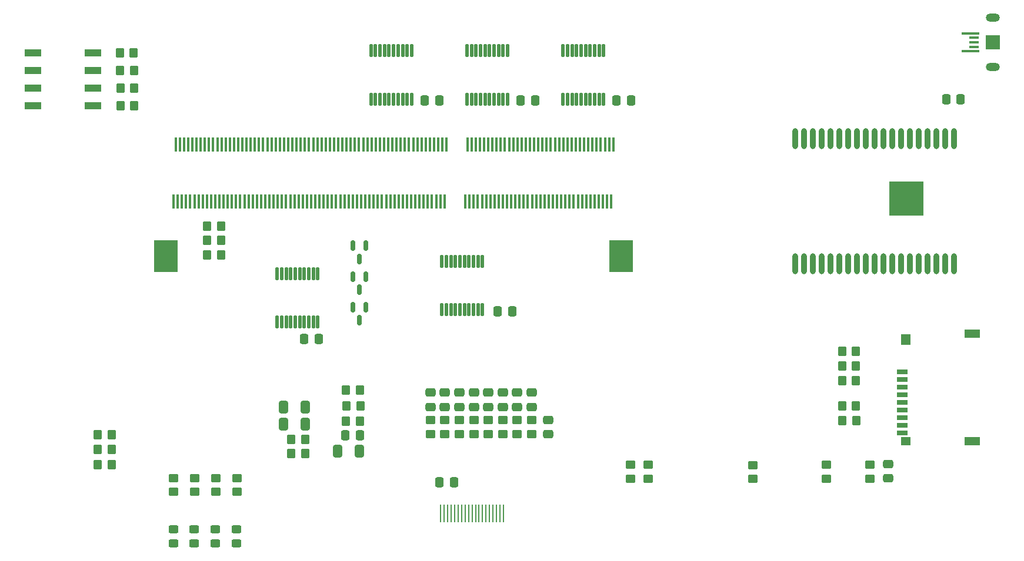
<source format=gbr>
%TF.GenerationSoftware,KiCad,Pcbnew,(6.0.11)*%
%TF.CreationDate,2023-05-25T19:22:19-07:00*%
%TF.ProjectId,TRS-IO++,5452532d-494f-42b2-9b2e-6b696361645f,rev?*%
%TF.SameCoordinates,Original*%
%TF.FileFunction,Paste,Top*%
%TF.FilePolarity,Positive*%
%FSLAX46Y46*%
G04 Gerber Fmt 4.6, Leading zero omitted, Abs format (unit mm)*
G04 Created by KiCad (PCBNEW (6.0.11)) date 2023-05-25 19:22:19*
%MOMM*%
%LPD*%
G01*
G04 APERTURE LIST*
G04 Aperture macros list*
%AMRoundRect*
0 Rectangle with rounded corners*
0 $1 Rounding radius*
0 $2 $3 $4 $5 $6 $7 $8 $9 X,Y pos of 4 corners*
0 Add a 4 corners polygon primitive as box body*
4,1,4,$2,$3,$4,$5,$6,$7,$8,$9,$2,$3,0*
0 Add four circle primitives for the rounded corners*
1,1,$1+$1,$2,$3*
1,1,$1+$1,$4,$5*
1,1,$1+$1,$6,$7*
1,1,$1+$1,$8,$9*
0 Add four rect primitives between the rounded corners*
20,1,$1+$1,$2,$3,$4,$5,0*
20,1,$1+$1,$4,$5,$6,$7,0*
20,1,$1+$1,$6,$7,$8,$9,0*
20,1,$1+$1,$8,$9,$2,$3,0*%
G04 Aperture macros list end*
%ADD10RoundRect,0.250000X0.350000X0.450000X-0.350000X0.450000X-0.350000X-0.450000X0.350000X-0.450000X0*%
%ADD11RoundRect,0.250000X-0.450000X0.350000X-0.450000X-0.350000X0.450000X-0.350000X0.450000X0.350000X0*%
%ADD12RoundRect,0.250000X-0.412500X-0.650000X0.412500X-0.650000X0.412500X0.650000X-0.412500X0.650000X0*%
%ADD13RoundRect,0.250000X0.450000X-0.350000X0.450000X0.350000X-0.450000X0.350000X-0.450000X-0.350000X0*%
%ADD14R,2.440000X1.120000*%
%ADD15RoundRect,0.250000X-0.350000X-0.450000X0.350000X-0.450000X0.350000X0.450000X-0.350000X0.450000X0*%
%ADD16RoundRect,0.250000X0.450000X-0.325000X0.450000X0.325000X-0.450000X0.325000X-0.450000X-0.325000X0*%
%ADD17RoundRect,0.250000X0.337500X0.475000X-0.337500X0.475000X-0.337500X-0.475000X0.337500X-0.475000X0*%
%ADD18RoundRect,0.250000X0.412500X0.650000X-0.412500X0.650000X-0.412500X-0.650000X0.412500X-0.650000X0*%
%ADD19RoundRect,0.250000X-0.475000X0.337500X-0.475000X-0.337500X0.475000X-0.337500X0.475000X0.337500X0*%
%ADD20RoundRect,0.250000X-0.337500X-0.475000X0.337500X-0.475000X0.337500X0.475000X-0.337500X0.475000X0*%
%ADD21RoundRect,0.150000X-0.150000X0.587500X-0.150000X-0.587500X0.150000X-0.587500X0.150000X0.587500X0*%
%ADD22R,0.280000X2.600000*%
%ADD23R,1.600000X0.700000*%
%ADD24R,1.400000X1.600000*%
%ADD25R,2.200000X1.200000*%
%ADD26R,1.400000X1.200000*%
%ADD27RoundRect,0.112500X-0.112500X0.837500X-0.112500X-0.837500X0.112500X-0.837500X0.112500X0.837500X0*%
%ADD28O,0.900000X3.000000*%
%ADD29R,5.000000X5.000000*%
%ADD30RoundRect,0.250000X0.475000X-0.337500X0.475000X0.337500X-0.475000X0.337500X-0.475000X-0.337500X0*%
%ADD31R,2.000000X2.000000*%
%ADD32O,2.000000X1.200000*%
%ADD33R,2.500000X0.400000*%
%ADD34R,1.350000X0.400000*%
%ADD35R,0.350000X2.000000*%
%ADD36R,3.500000X4.600000*%
G04 APERTURE END LIST*
D10*
%TO.C,R33*%
X80435500Y-70104000D03*
X78435500Y-70104000D03*
%TD*%
D11*
%TO.C,R39*%
X92269032Y-131384800D03*
X92269032Y-133384800D03*
%TD*%
D12*
%TO.C,C15*%
X109806299Y-127551799D03*
X112931299Y-127551799D03*
%TD*%
D13*
%TO.C,R8*%
X129413000Y-125023800D03*
X129413000Y-123023800D03*
%TD*%
D11*
%TO.C,R40*%
X95330100Y-131384800D03*
X95330100Y-133384800D03*
%TD*%
D14*
%TO.C,SW3*%
X65935700Y-70104000D03*
X65935700Y-72644000D03*
X65935700Y-75184000D03*
X65935700Y-77724000D03*
X74545700Y-77724000D03*
X74545700Y-75184000D03*
X74545700Y-72644000D03*
X74545700Y-70104000D03*
%TD*%
D15*
%TO.C,R29*%
X90998800Y-95046800D03*
X92998800Y-95046800D03*
%TD*%
D16*
%TO.C,D3*%
X89177666Y-140842600D03*
X89177666Y-138792600D03*
%TD*%
D17*
%TO.C,C16*%
X134919850Y-107340400D03*
X132844850Y-107340400D03*
%TD*%
D13*
%TO.C,R10*%
X125247400Y-125023800D03*
X125247400Y-123023800D03*
%TD*%
D10*
%TO.C,R35*%
X80537100Y-75184000D03*
X78537100Y-75184000D03*
%TD*%
D16*
%TO.C,D2*%
X86146600Y-140842600D03*
X86146600Y-138792600D03*
%TD*%
D13*
%TO.C,R7*%
X131495800Y-125023800D03*
X131495800Y-123023800D03*
%TD*%
D11*
%TO.C,R14*%
X169570400Y-129505200D03*
X169570400Y-131505200D03*
%TD*%
D15*
%TO.C,R16*%
X182423100Y-120967500D03*
X184423100Y-120967500D03*
%TD*%
D18*
%TO.C,C12*%
X105141899Y-121167999D03*
X102016899Y-121167999D03*
%TD*%
D19*
%TO.C,C6*%
X127330200Y-119049300D03*
X127330200Y-121124300D03*
%TD*%
D10*
%TO.C,R34*%
X80486300Y-72644000D03*
X78486300Y-72644000D03*
%TD*%
%TO.C,R2*%
X77301600Y-125120400D03*
X75301600Y-125120400D03*
%TD*%
D19*
%TO.C,C4*%
X131495800Y-119049300D03*
X131495800Y-121124300D03*
%TD*%
D13*
%TO.C,R31*%
X154533600Y-131462400D03*
X154533600Y-129462400D03*
%TD*%
D19*
%TO.C,C3*%
X133578600Y-119049300D03*
X133578600Y-121124300D03*
%TD*%
%TO.C,C7*%
X125247400Y-119049300D03*
X125247400Y-121124300D03*
%TD*%
%TO.C,C1*%
X137744200Y-119049300D03*
X137744200Y-121124300D03*
%TD*%
D17*
%TO.C,C19*%
X124415000Y-76962000D03*
X122340000Y-76962000D03*
%TD*%
D19*
%TO.C,C8*%
X123164600Y-119049300D03*
X123164600Y-121124300D03*
%TD*%
D20*
%TO.C,C23*%
X124463900Y-131961300D03*
X126538900Y-131961300D03*
%TD*%
D21*
%TO.C,Q3*%
X113878400Y-97919300D03*
X111978400Y-97919300D03*
X112928400Y-99794300D03*
%TD*%
D22*
%TO.C,J7*%
X133659000Y-136468600D03*
X133159000Y-136468600D03*
X132659000Y-136468600D03*
X132159000Y-136468600D03*
X131659000Y-136468600D03*
X131159000Y-136468600D03*
X130659000Y-136468600D03*
X130159000Y-136468600D03*
X129659000Y-136468600D03*
X129159000Y-136468600D03*
X128659000Y-136468600D03*
X128159000Y-136468600D03*
X127659000Y-136468600D03*
X127159000Y-136468600D03*
X126659000Y-136468600D03*
X126159000Y-136468600D03*
X125659000Y-136468600D03*
X125159000Y-136468600D03*
X124659000Y-136468600D03*
%TD*%
D23*
%TO.C,J9*%
X191070000Y-116113200D03*
X191070000Y-117213200D03*
X191070000Y-118313200D03*
X191070000Y-119413200D03*
X191070000Y-120513200D03*
X191070000Y-121613200D03*
X191070000Y-122713200D03*
X191070000Y-123813200D03*
X191070000Y-124913200D03*
D24*
X191570000Y-111463200D03*
D25*
X201170000Y-110563200D03*
X201170000Y-126063200D03*
D26*
X191570000Y-126063200D03*
%TD*%
D19*
%TO.C,C9*%
X189026800Y-129366100D03*
X189026800Y-131441100D03*
%TD*%
D10*
%TO.C,R36*%
X80537100Y-77724000D03*
X78537100Y-77724000D03*
%TD*%
D15*
%TO.C,R17*%
X182423100Y-115214400D03*
X184423100Y-115214400D03*
%TD*%
%TO.C,R26*%
X90998800Y-99212400D03*
X92998800Y-99212400D03*
%TD*%
D21*
%TO.C,Q4*%
X113878400Y-102338900D03*
X111978400Y-102338900D03*
X112928400Y-104213900D03*
%TD*%
D13*
%TO.C,R32*%
X151993600Y-131462400D03*
X151993600Y-129462400D03*
%TD*%
D15*
%TO.C,R18*%
X182423100Y-113080800D03*
X184423100Y-113080800D03*
%TD*%
%TO.C,R19*%
X182438800Y-123139200D03*
X184438800Y-123139200D03*
%TD*%
D10*
%TO.C,R1*%
X77301600Y-129438400D03*
X75301600Y-129438400D03*
%TD*%
D27*
%TO.C,U3*%
X148095700Y-69753600D03*
X147445700Y-69753600D03*
X146795700Y-69753600D03*
X146145700Y-69753600D03*
X145495700Y-69753600D03*
X144845700Y-69753600D03*
X144195700Y-69753600D03*
X143545700Y-69753600D03*
X142895700Y-69753600D03*
X142245700Y-69753600D03*
X142245700Y-76753600D03*
X142895700Y-76753600D03*
X143545700Y-76753600D03*
X144195700Y-76753600D03*
X144845700Y-76753600D03*
X145495700Y-76753600D03*
X146145700Y-76753600D03*
X146795700Y-76753600D03*
X147445700Y-76753600D03*
X148095700Y-76753600D03*
%TD*%
D16*
%TO.C,D4*%
X92208732Y-140842600D03*
X92208732Y-138792600D03*
%TD*%
D27*
%TO.C,U4*%
X130660550Y-100132000D03*
X130010550Y-100132000D03*
X129360550Y-100132000D03*
X128710550Y-100132000D03*
X128060550Y-100132000D03*
X127410550Y-100132000D03*
X126760550Y-100132000D03*
X126110550Y-100132000D03*
X125460550Y-100132000D03*
X124810550Y-100132000D03*
X124810550Y-107132000D03*
X125460550Y-107132000D03*
X126110550Y-107132000D03*
X126760550Y-107132000D03*
X127410550Y-107132000D03*
X128060550Y-107132000D03*
X128710550Y-107132000D03*
X129360550Y-107132000D03*
X130010550Y-107132000D03*
X130660550Y-107132000D03*
%TD*%
D28*
%TO.C,U1*%
X198565900Y-82490800D03*
X197295900Y-82490800D03*
X196025900Y-82490800D03*
X194755900Y-82490800D03*
X193485900Y-82490800D03*
X192215900Y-82490800D03*
X190945900Y-82490800D03*
X189675900Y-82490800D03*
X188405900Y-82490800D03*
X187135900Y-82490800D03*
X185865900Y-82490800D03*
X184595900Y-82490800D03*
X183325900Y-82490800D03*
X182055900Y-82490800D03*
X180755900Y-82490800D03*
X179485900Y-82490800D03*
X178215900Y-82490800D03*
X176945900Y-82490800D03*
X175675900Y-82490800D03*
X175675900Y-100490800D03*
X176945900Y-100490800D03*
X178215900Y-100490800D03*
X179485900Y-100490800D03*
X180755900Y-100490800D03*
X182055900Y-100520800D03*
X183325900Y-100520800D03*
X184595900Y-100520800D03*
X185865900Y-100520800D03*
X187135900Y-100520800D03*
X188405900Y-100520800D03*
X189675900Y-100520800D03*
X190945900Y-100520800D03*
X192215900Y-100520800D03*
X193485900Y-100520800D03*
X194755900Y-100520800D03*
X196025900Y-100520800D03*
X197295900Y-100520800D03*
X198565900Y-100520800D03*
D29*
X191645900Y-91090800D03*
%TD*%
D30*
%TO.C,C21*%
X140106400Y-125061300D03*
X140106400Y-122986300D03*
%TD*%
D11*
%TO.C,R30*%
X180171900Y-129454400D03*
X180171900Y-131454400D03*
%TD*%
D10*
%TO.C,R24*%
X113029199Y-123182999D03*
X111029199Y-123182999D03*
%TD*%
D21*
%TO.C,Q5*%
X113878400Y-106758500D03*
X111978400Y-106758500D03*
X112928400Y-108633500D03*
%TD*%
D19*
%TO.C,C5*%
X129413000Y-119049300D03*
X129413000Y-121124300D03*
%TD*%
D11*
%TO.C,R12*%
X186436000Y-129454400D03*
X186436000Y-131454400D03*
%TD*%
D10*
%TO.C,R22*%
X105140000Y-125841599D03*
X103140000Y-125841599D03*
%TD*%
D31*
%TO.C,J12*%
X204124000Y-68580000D03*
D32*
X204124000Y-72155000D03*
X204124000Y-65005000D03*
D33*
X200872800Y-69880000D03*
D34*
X201449000Y-69230000D03*
X201449000Y-68580000D03*
X201449000Y-67930000D03*
D33*
X200872800Y-67280000D03*
%TD*%
D17*
%TO.C,C11*%
X152050200Y-76962000D03*
X149975200Y-76962000D03*
%TD*%
D15*
%TO.C,R25*%
X111077500Y-120967500D03*
X113077500Y-120967500D03*
%TD*%
%TO.C,R28*%
X90998800Y-97129600D03*
X92998800Y-97129600D03*
%TD*%
D10*
%TO.C,R23*%
X113029199Y-118745000D03*
X111029199Y-118745000D03*
%TD*%
D13*
%TO.C,R4*%
X137744200Y-125023800D03*
X137744200Y-123023800D03*
%TD*%
D17*
%TO.C,C24*%
X199497400Y-76758800D03*
X197422400Y-76758800D03*
%TD*%
D11*
%TO.C,R38*%
X89207966Y-131384800D03*
X89207966Y-133384800D03*
%TD*%
D27*
%TO.C,U2*%
X134278100Y-69753600D03*
X133628100Y-69753600D03*
X132978100Y-69753600D03*
X132328100Y-69753600D03*
X131678100Y-69753600D03*
X131028100Y-69753600D03*
X130378100Y-69753600D03*
X129728100Y-69753600D03*
X129078100Y-69753600D03*
X128428100Y-69753600D03*
X128428100Y-76753600D03*
X129078100Y-76753600D03*
X129728100Y-76753600D03*
X130378100Y-76753600D03*
X131028100Y-76753600D03*
X131678100Y-76753600D03*
X132328100Y-76753600D03*
X132978100Y-76753600D03*
X133628100Y-76753600D03*
X134278100Y-76753600D03*
%TD*%
D19*
%TO.C,C2*%
X135661400Y-119049300D03*
X135661400Y-121124300D03*
%TD*%
D35*
%TO.C,Conn1*%
X149490300Y-83322900D03*
X149190300Y-91522900D03*
X148890300Y-83322900D03*
X148590300Y-91522900D03*
X148290300Y-83322900D03*
X147990300Y-91522900D03*
X147690300Y-83322900D03*
X147390300Y-91522900D03*
X147090300Y-83322900D03*
X146790300Y-91522900D03*
X146490300Y-83322900D03*
X146190300Y-91522900D03*
X145890300Y-83322900D03*
X145590300Y-91522900D03*
X145290300Y-83322900D03*
X144990300Y-91522900D03*
X144690300Y-83322900D03*
X144390300Y-91522900D03*
X144090300Y-83322900D03*
X143790300Y-91522900D03*
X143490300Y-83322900D03*
X143190300Y-91522900D03*
X142890300Y-83322900D03*
X142590300Y-91522900D03*
X142290300Y-83322900D03*
X141990300Y-91522900D03*
X141690300Y-83322900D03*
X141390300Y-91522900D03*
X141090300Y-83322900D03*
X140790300Y-91522900D03*
X140490300Y-83322900D03*
X140190300Y-91522900D03*
X139890300Y-83322900D03*
X139590300Y-91522900D03*
X139290300Y-83322900D03*
X138990300Y-91522900D03*
X138690300Y-83322900D03*
X138390300Y-91522900D03*
X138090300Y-83322900D03*
X137790300Y-91522900D03*
X137490300Y-83322900D03*
X137190300Y-91522900D03*
X136890300Y-83322900D03*
X136590300Y-91522900D03*
X136290300Y-83322900D03*
X135990300Y-91522900D03*
X135690300Y-83322900D03*
X135390300Y-91522900D03*
X135090300Y-83322900D03*
X134790300Y-91522900D03*
X134490300Y-83322900D03*
X134190300Y-91522900D03*
X133890300Y-83322900D03*
X133590300Y-91522900D03*
X133290300Y-83322900D03*
X132990300Y-91522900D03*
X132690300Y-83322900D03*
X132390300Y-91522900D03*
X132090300Y-83322900D03*
X131790300Y-91522900D03*
X131490300Y-83322900D03*
X131190300Y-91522900D03*
X130890300Y-83322900D03*
X130590300Y-91522900D03*
X130290300Y-83322900D03*
X129990300Y-91522900D03*
X129690300Y-83322900D03*
X129390300Y-91522900D03*
X129090300Y-83322900D03*
X128790300Y-91522900D03*
X128490300Y-83322900D03*
X128190300Y-91522900D03*
X125490300Y-83322900D03*
X125190300Y-91522900D03*
X124890300Y-83322900D03*
X124590300Y-91522900D03*
X124290300Y-83322900D03*
X123990300Y-91522900D03*
X123690300Y-83322900D03*
X123390300Y-91522900D03*
X123090300Y-83322900D03*
X122790300Y-91522900D03*
X122490300Y-83322900D03*
X122190300Y-91522900D03*
X121890300Y-83322900D03*
X121590300Y-91522900D03*
X121290300Y-83322900D03*
X120990300Y-91522900D03*
X120690300Y-83322900D03*
X120390300Y-91522900D03*
X120090300Y-83322900D03*
X119790300Y-91522900D03*
X119490300Y-83322900D03*
X119190300Y-91522900D03*
X118890300Y-83322900D03*
X118590300Y-91522900D03*
X118290300Y-83322900D03*
X117990300Y-91522900D03*
X117690300Y-83322900D03*
X117390300Y-91522900D03*
X117090300Y-83322900D03*
X116790300Y-91522900D03*
X116490300Y-83322900D03*
X116190300Y-91522900D03*
X115890300Y-83322900D03*
X115590300Y-91522900D03*
X115290300Y-83322900D03*
X114990300Y-91522900D03*
X114690300Y-83322900D03*
X114390300Y-91522900D03*
X114090300Y-83322900D03*
X113790300Y-91522900D03*
X113490300Y-83322900D03*
X113190300Y-91522900D03*
X112890300Y-83322900D03*
X112590300Y-91522900D03*
X112290300Y-83322900D03*
X111990300Y-91522900D03*
X111690300Y-83322900D03*
X111390300Y-91522900D03*
X111090300Y-83322900D03*
X110790300Y-91522900D03*
X110490300Y-83322900D03*
X110190300Y-91522900D03*
X109890300Y-83322900D03*
X109590300Y-91522900D03*
X109290300Y-83322900D03*
X108990300Y-91522900D03*
X108690300Y-83322900D03*
X108390300Y-91522900D03*
X108090300Y-83322900D03*
X107790300Y-91522900D03*
X107490300Y-83322900D03*
X107190300Y-91522900D03*
X106890300Y-83322900D03*
X106590300Y-91522900D03*
X106290300Y-83322900D03*
X105990300Y-91522900D03*
X105690300Y-83322900D03*
X105390300Y-91522900D03*
X105090300Y-83322900D03*
X104790300Y-91522900D03*
X104490300Y-83322900D03*
X104190300Y-91522900D03*
X103890300Y-83322900D03*
X103590300Y-91522900D03*
X103290300Y-83322900D03*
X102990300Y-91522900D03*
X102690300Y-83322900D03*
X102390300Y-91522900D03*
X102090300Y-83322900D03*
X101790300Y-91522900D03*
X101490300Y-83322900D03*
X101190300Y-91522900D03*
X100890300Y-83322900D03*
X100590300Y-91522900D03*
X100290300Y-83322900D03*
X99990300Y-91522900D03*
X99690300Y-83322900D03*
X99390300Y-91522900D03*
X99090300Y-83322900D03*
X98790300Y-91522900D03*
X98490300Y-83322900D03*
X98190300Y-91522900D03*
X97890300Y-83322900D03*
X97590300Y-91522900D03*
X97290300Y-83322900D03*
X96990300Y-91522900D03*
X96690300Y-83322900D03*
X96390300Y-91522900D03*
X96090300Y-83322900D03*
X95790300Y-91522900D03*
X95490300Y-83322900D03*
X95190300Y-91522900D03*
X94890300Y-83322900D03*
X94590300Y-91522900D03*
X94290300Y-83322900D03*
X93990300Y-91522900D03*
X93690300Y-83322900D03*
X93390300Y-91522900D03*
X93090300Y-83322900D03*
X92790300Y-91522900D03*
X92490300Y-83322900D03*
X92190300Y-91522900D03*
X91890300Y-83322900D03*
X91590300Y-91522900D03*
X91290300Y-83322900D03*
X90990300Y-91522900D03*
X90690300Y-83322900D03*
X90390300Y-91522900D03*
X90090300Y-83322900D03*
X89790300Y-91522900D03*
X89490300Y-83322900D03*
X89190300Y-91522900D03*
X88890300Y-83322900D03*
X88590300Y-91522900D03*
X88290300Y-83322900D03*
X87990300Y-91522900D03*
X87690300Y-83322900D03*
X87390300Y-91522900D03*
X87090300Y-83322900D03*
X86790300Y-91522900D03*
X86490300Y-83322900D03*
X86190300Y-91522900D03*
D36*
X150640300Y-99422900D03*
X85040300Y-99422900D03*
%TD*%
D11*
%TO.C,R37*%
X86146900Y-131384800D03*
X86146900Y-133384800D03*
%TD*%
D13*
%TO.C,R5*%
X135661400Y-125023800D03*
X135661400Y-123023800D03*
%TD*%
D10*
%TO.C,R3*%
X77301600Y-127254000D03*
X75301600Y-127254000D03*
%TD*%
D16*
%TO.C,D5*%
X95239800Y-140842600D03*
X95239800Y-138792600D03*
%TD*%
D13*
%TO.C,R11*%
X123164600Y-125023800D03*
X123164600Y-123023800D03*
%TD*%
%TO.C,R9*%
X127330200Y-125023800D03*
X127330200Y-123023800D03*
%TD*%
D17*
%TO.C,C18*%
X107057100Y-111302800D03*
X104982100Y-111302800D03*
%TD*%
D27*
%TO.C,U5*%
X106963400Y-101910000D03*
X106313400Y-101910000D03*
X105663400Y-101910000D03*
X105013400Y-101910000D03*
X104363400Y-101910000D03*
X103713400Y-101910000D03*
X103063400Y-101910000D03*
X102413400Y-101910000D03*
X101763400Y-101910000D03*
X101113400Y-101910000D03*
X101113400Y-108910000D03*
X101763400Y-108910000D03*
X102413400Y-108910000D03*
X103063400Y-108910000D03*
X103713400Y-108910000D03*
X104363400Y-108910000D03*
X105013400Y-108910000D03*
X105663400Y-108910000D03*
X106313400Y-108910000D03*
X106963400Y-108910000D03*
%TD*%
D17*
%TO.C,C10*%
X138232600Y-76962000D03*
X136157600Y-76962000D03*
%TD*%
D15*
%TO.C,R15*%
X182423100Y-117348000D03*
X184423100Y-117348000D03*
%TD*%
D13*
%TO.C,R6*%
X133578600Y-125023800D03*
X133578600Y-123023800D03*
%TD*%
D15*
%TO.C,R21*%
X103140000Y-127873599D03*
X105140000Y-127873599D03*
%TD*%
D27*
%TO.C,U6*%
X120460500Y-69753600D03*
X119810500Y-69753600D03*
X119160500Y-69753600D03*
X118510500Y-69753600D03*
X117860500Y-69753600D03*
X117210500Y-69753600D03*
X116560500Y-69753600D03*
X115910500Y-69753600D03*
X115260500Y-69753600D03*
X114610500Y-69753600D03*
X114610500Y-76753600D03*
X115260500Y-76753600D03*
X115910500Y-76753600D03*
X116560500Y-76753600D03*
X117210500Y-76753600D03*
X117860500Y-76753600D03*
X118510500Y-76753600D03*
X119160500Y-76753600D03*
X119810500Y-76753600D03*
X120460500Y-76753600D03*
%TD*%
D17*
%TO.C,C13*%
X113015899Y-125265799D03*
X110940899Y-125265799D03*
%TD*%
D12*
%TO.C,C14*%
X102016899Y-123606399D03*
X105141899Y-123606399D03*
%TD*%
M02*

</source>
